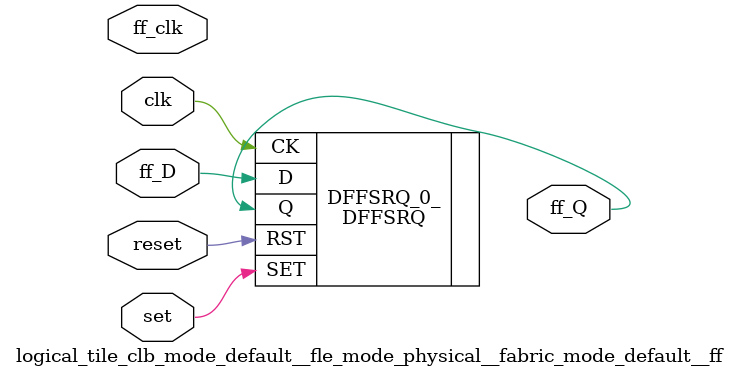
<source format=v>
`timescale 1ns / 1ps
`define USE_POWER_PINS

`default_nettype wire

// ----- Verilog module for logical_tile_clb_mode_default__fle_mode_physical__fabric_mode_default__ff -----
module logical_tile_clb_mode_default__fle_mode_physical__fabric_mode_default__ff(set,
                                                                                 reset,
                                                                                 clk,
                                                                                 ff_D,
                                                                                 ff_Q,
                                                                                 ff_clk);
//----- GLOBAL PORTS -----
input [0:0] set;
//----- GLOBAL PORTS -----
input [0:0] reset;
//----- GLOBAL PORTS -----
input [0:0] clk;
//----- INPUT PORTS -----
input [0:0] ff_D;
//----- OUTPUT PORTS -----
output [0:0] ff_Q;
//----- CLOCK PORTS -----
input [0:0] ff_clk;

//----- BEGIN Registered ports -----
//----- END Registered ports -----



// ----- BEGIN Local short connections -----
// ----- END Local short connections -----
// ----- BEGIN Local output short connections -----
// ----- END Local output short connections -----

	DFFSRQ DFFSRQ_0_ (
		.SET(set),
		.RST(reset),
		.CK(clk),
		.D(ff_D),
		.Q(ff_Q));

endmodule
// ----- END Verilog module for logical_tile_clb_mode_default__fle_mode_physical__fabric_mode_default__ff -----

//----- Default net type -----
`default_nettype wire




</source>
